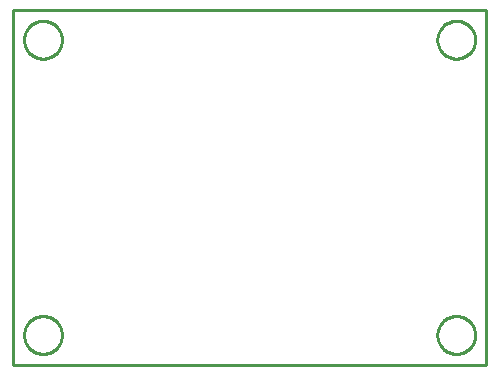
<source format=gbr>
G04 EAGLE Gerber RS-274X export*
G75*
%MOMM*%
%FSLAX34Y34*%
%LPD*%
%IN*%
%IPPOS*%
%AMOC8*
5,1,8,0,0,1.08239X$1,22.5*%
G01*
%ADD10C,0.254000*%


D10*
X-200000Y-150000D02*
X200000Y-150000D01*
X200000Y150000D01*
X-200000Y150000D01*
X-200000Y-150000D01*
X-159000Y-125524D02*
X-159069Y-126569D01*
X-159205Y-127608D01*
X-159410Y-128635D01*
X-159681Y-129647D01*
X-160017Y-130639D01*
X-160418Y-131607D01*
X-160882Y-132546D01*
X-161406Y-133454D01*
X-161988Y-134325D01*
X-162625Y-135156D01*
X-163316Y-135943D01*
X-164057Y-136684D01*
X-164844Y-137375D01*
X-165675Y-138013D01*
X-166546Y-138595D01*
X-167454Y-139118D01*
X-168393Y-139582D01*
X-169361Y-139983D01*
X-170353Y-140319D01*
X-171365Y-140590D01*
X-172392Y-140795D01*
X-173431Y-140932D01*
X-174476Y-141000D01*
X-175524Y-141000D01*
X-176569Y-140932D01*
X-177608Y-140795D01*
X-178635Y-140590D01*
X-179647Y-140319D01*
X-180639Y-139983D01*
X-181607Y-139582D01*
X-182546Y-139118D01*
X-183454Y-138595D01*
X-184325Y-138013D01*
X-185156Y-137375D01*
X-185943Y-136684D01*
X-186684Y-135943D01*
X-187375Y-135156D01*
X-188013Y-134325D01*
X-188595Y-133454D01*
X-189118Y-132546D01*
X-189582Y-131607D01*
X-189983Y-130639D01*
X-190319Y-129647D01*
X-190590Y-128635D01*
X-190795Y-127608D01*
X-190932Y-126569D01*
X-191000Y-125524D01*
X-191000Y-124476D01*
X-190932Y-123431D01*
X-190795Y-122392D01*
X-190590Y-121365D01*
X-190319Y-120353D01*
X-189983Y-119361D01*
X-189582Y-118393D01*
X-189118Y-117454D01*
X-188595Y-116546D01*
X-188013Y-115675D01*
X-187375Y-114844D01*
X-186684Y-114057D01*
X-185943Y-113316D01*
X-185156Y-112625D01*
X-184325Y-111988D01*
X-183454Y-111406D01*
X-182546Y-110882D01*
X-181607Y-110418D01*
X-180639Y-110017D01*
X-179647Y-109681D01*
X-178635Y-109410D01*
X-177608Y-109205D01*
X-176569Y-109069D01*
X-175524Y-109000D01*
X-174476Y-109000D01*
X-173431Y-109069D01*
X-172392Y-109205D01*
X-171365Y-109410D01*
X-170353Y-109681D01*
X-169361Y-110017D01*
X-168393Y-110418D01*
X-167454Y-110882D01*
X-166546Y-111406D01*
X-165675Y-111988D01*
X-164844Y-112625D01*
X-164057Y-113316D01*
X-163316Y-114057D01*
X-162625Y-114844D01*
X-161988Y-115675D01*
X-161406Y-116546D01*
X-160882Y-117454D01*
X-160418Y-118393D01*
X-160017Y-119361D01*
X-159681Y-120353D01*
X-159410Y-121365D01*
X-159205Y-122392D01*
X-159069Y-123431D01*
X-159000Y-124476D01*
X-159000Y-125524D01*
X191000Y-125524D02*
X190932Y-126569D01*
X190795Y-127608D01*
X190590Y-128635D01*
X190319Y-129647D01*
X189983Y-130639D01*
X189582Y-131607D01*
X189118Y-132546D01*
X188595Y-133454D01*
X188013Y-134325D01*
X187375Y-135156D01*
X186684Y-135943D01*
X185943Y-136684D01*
X185156Y-137375D01*
X184325Y-138013D01*
X183454Y-138595D01*
X182546Y-139118D01*
X181607Y-139582D01*
X180639Y-139983D01*
X179647Y-140319D01*
X178635Y-140590D01*
X177608Y-140795D01*
X176569Y-140932D01*
X175524Y-141000D01*
X174476Y-141000D01*
X173431Y-140932D01*
X172392Y-140795D01*
X171365Y-140590D01*
X170353Y-140319D01*
X169361Y-139983D01*
X168393Y-139582D01*
X167454Y-139118D01*
X166546Y-138595D01*
X165675Y-138013D01*
X164844Y-137375D01*
X164057Y-136684D01*
X163316Y-135943D01*
X162625Y-135156D01*
X161988Y-134325D01*
X161406Y-133454D01*
X160882Y-132546D01*
X160418Y-131607D01*
X160017Y-130639D01*
X159681Y-129647D01*
X159410Y-128635D01*
X159205Y-127608D01*
X159069Y-126569D01*
X159000Y-125524D01*
X159000Y-124476D01*
X159069Y-123431D01*
X159205Y-122392D01*
X159410Y-121365D01*
X159681Y-120353D01*
X160017Y-119361D01*
X160418Y-118393D01*
X160882Y-117454D01*
X161406Y-116546D01*
X161988Y-115675D01*
X162625Y-114844D01*
X163316Y-114057D01*
X164057Y-113316D01*
X164844Y-112625D01*
X165675Y-111988D01*
X166546Y-111406D01*
X167454Y-110882D01*
X168393Y-110418D01*
X169361Y-110017D01*
X170353Y-109681D01*
X171365Y-109410D01*
X172392Y-109205D01*
X173431Y-109069D01*
X174476Y-109000D01*
X175524Y-109000D01*
X176569Y-109069D01*
X177608Y-109205D01*
X178635Y-109410D01*
X179647Y-109681D01*
X180639Y-110017D01*
X181607Y-110418D01*
X182546Y-110882D01*
X183454Y-111406D01*
X184325Y-111988D01*
X185156Y-112625D01*
X185943Y-113316D01*
X186684Y-114057D01*
X187375Y-114844D01*
X188013Y-115675D01*
X188595Y-116546D01*
X189118Y-117454D01*
X189582Y-118393D01*
X189983Y-119361D01*
X190319Y-120353D01*
X190590Y-121365D01*
X190795Y-122392D01*
X190932Y-123431D01*
X191000Y-124476D01*
X191000Y-125524D01*
X-159000Y124476D02*
X-159069Y123431D01*
X-159205Y122392D01*
X-159410Y121365D01*
X-159681Y120353D01*
X-160017Y119361D01*
X-160418Y118393D01*
X-160882Y117454D01*
X-161406Y116546D01*
X-161988Y115675D01*
X-162625Y114844D01*
X-163316Y114057D01*
X-164057Y113316D01*
X-164844Y112625D01*
X-165675Y111988D01*
X-166546Y111406D01*
X-167454Y110882D01*
X-168393Y110418D01*
X-169361Y110017D01*
X-170353Y109681D01*
X-171365Y109410D01*
X-172392Y109205D01*
X-173431Y109069D01*
X-174476Y109000D01*
X-175524Y109000D01*
X-176569Y109069D01*
X-177608Y109205D01*
X-178635Y109410D01*
X-179647Y109681D01*
X-180639Y110017D01*
X-181607Y110418D01*
X-182546Y110882D01*
X-183454Y111406D01*
X-184325Y111988D01*
X-185156Y112625D01*
X-185943Y113316D01*
X-186684Y114057D01*
X-187375Y114844D01*
X-188013Y115675D01*
X-188595Y116546D01*
X-189118Y117454D01*
X-189582Y118393D01*
X-189983Y119361D01*
X-190319Y120353D01*
X-190590Y121365D01*
X-190795Y122392D01*
X-190932Y123431D01*
X-191000Y124476D01*
X-191000Y125524D01*
X-190932Y126569D01*
X-190795Y127608D01*
X-190590Y128635D01*
X-190319Y129647D01*
X-189983Y130639D01*
X-189582Y131607D01*
X-189118Y132546D01*
X-188595Y133454D01*
X-188013Y134325D01*
X-187375Y135156D01*
X-186684Y135943D01*
X-185943Y136684D01*
X-185156Y137375D01*
X-184325Y138013D01*
X-183454Y138595D01*
X-182546Y139118D01*
X-181607Y139582D01*
X-180639Y139983D01*
X-179647Y140319D01*
X-178635Y140590D01*
X-177608Y140795D01*
X-176569Y140932D01*
X-175524Y141000D01*
X-174476Y141000D01*
X-173431Y140932D01*
X-172392Y140795D01*
X-171365Y140590D01*
X-170353Y140319D01*
X-169361Y139983D01*
X-168393Y139582D01*
X-167454Y139118D01*
X-166546Y138595D01*
X-165675Y138013D01*
X-164844Y137375D01*
X-164057Y136684D01*
X-163316Y135943D01*
X-162625Y135156D01*
X-161988Y134325D01*
X-161406Y133454D01*
X-160882Y132546D01*
X-160418Y131607D01*
X-160017Y130639D01*
X-159681Y129647D01*
X-159410Y128635D01*
X-159205Y127608D01*
X-159069Y126569D01*
X-159000Y125524D01*
X-159000Y124476D01*
X191000Y124476D02*
X190932Y123431D01*
X190795Y122392D01*
X190590Y121365D01*
X190319Y120353D01*
X189983Y119361D01*
X189582Y118393D01*
X189118Y117454D01*
X188595Y116546D01*
X188013Y115675D01*
X187375Y114844D01*
X186684Y114057D01*
X185943Y113316D01*
X185156Y112625D01*
X184325Y111988D01*
X183454Y111406D01*
X182546Y110882D01*
X181607Y110418D01*
X180639Y110017D01*
X179647Y109681D01*
X178635Y109410D01*
X177608Y109205D01*
X176569Y109069D01*
X175524Y109000D01*
X174476Y109000D01*
X173431Y109069D01*
X172392Y109205D01*
X171365Y109410D01*
X170353Y109681D01*
X169361Y110017D01*
X168393Y110418D01*
X167454Y110882D01*
X166546Y111406D01*
X165675Y111988D01*
X164844Y112625D01*
X164057Y113316D01*
X163316Y114057D01*
X162625Y114844D01*
X161988Y115675D01*
X161406Y116546D01*
X160882Y117454D01*
X160418Y118393D01*
X160017Y119361D01*
X159681Y120353D01*
X159410Y121365D01*
X159205Y122392D01*
X159069Y123431D01*
X159000Y124476D01*
X159000Y125524D01*
X159069Y126569D01*
X159205Y127608D01*
X159410Y128635D01*
X159681Y129647D01*
X160017Y130639D01*
X160418Y131607D01*
X160882Y132546D01*
X161406Y133454D01*
X161988Y134325D01*
X162625Y135156D01*
X163316Y135943D01*
X164057Y136684D01*
X164844Y137375D01*
X165675Y138013D01*
X166546Y138595D01*
X167454Y139118D01*
X168393Y139582D01*
X169361Y139983D01*
X170353Y140319D01*
X171365Y140590D01*
X172392Y140795D01*
X173431Y140932D01*
X174476Y141000D01*
X175524Y141000D01*
X176569Y140932D01*
X177608Y140795D01*
X178635Y140590D01*
X179647Y140319D01*
X180639Y139983D01*
X181607Y139582D01*
X182546Y139118D01*
X183454Y138595D01*
X184325Y138013D01*
X185156Y137375D01*
X185943Y136684D01*
X186684Y135943D01*
X187375Y135156D01*
X188013Y134325D01*
X188595Y133454D01*
X189118Y132546D01*
X189582Y131607D01*
X189983Y130639D01*
X190319Y129647D01*
X190590Y128635D01*
X190795Y127608D01*
X190932Y126569D01*
X191000Y125524D01*
X191000Y124476D01*
M02*

</source>
